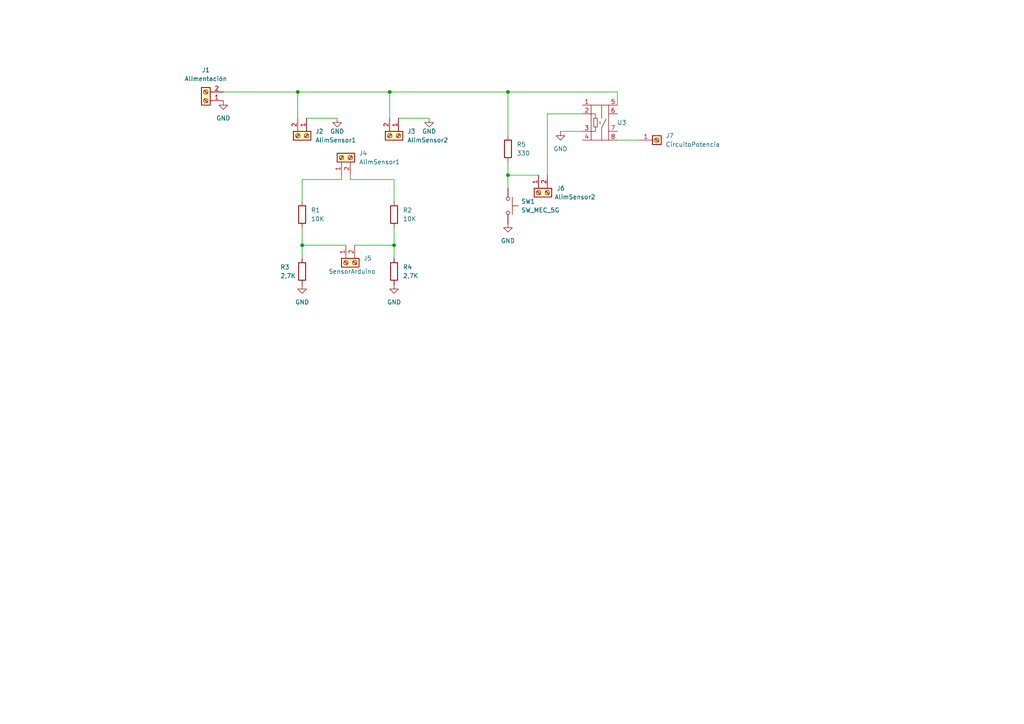
<source format=kicad_sch>
(kicad_sch (version 20230121) (generator eeschema)
  (paper "A4")
  (lib_symbols
    (symbol "Connector:Screw_Terminal_01x01" (pin_names (offset 1.016) hide)
      (property "Reference" "J" (at 0 2.54 0))
      (property "Value" "Screw_Terminal_01x01" (at 0 -2.54 0))
      (symbol "Screw_Terminal_01x01_1_1"
        (rectangle (start -1.27 1.27) (end 1.27 -1.27) (stroke (width 0.254)) (fill (type background)))
        (polyline (pts (xy -0.5334 0.3302) (xy 0.3302 -0.508)) (stroke (width 0.1524)))
        (polyline (pts (xy -0.3556 0.508) (xy 0.508 -0.3302)) (stroke (width 0.1524)))
        (circle (center 0 0) (radius 0.635) (stroke (width 0.1524)))
        (pin passive line (at -5.08 0 0) (length 3.81) (name "Pin_1") (number "1"))
      )
    )
    (symbol "Connector:Screw_Terminal_01x02" (pin_names (offset 1.016) hide)
      (property "Reference" "J" (at 0 2.54 0))
      (property "Value" "Screw_Terminal_01x02" (at 0 -5.08 0))
      (symbol "Screw_Terminal_01x02_1_1"
        (rectangle (start -1.27 1.27) (end 1.27 -3.81) (stroke (width 0.254)) (fill (type background)))
        (circle (center 0 -2.54) (radius 0.635) (stroke (width 0.1524)))
        (polyline (pts (xy -0.5334 -2.2098) (xy 0.3302 -3.048)) (stroke (width 0.1524)))
        (polyline (pts (xy -0.5334 0.3302) (xy 0.3302 -0.508)) (stroke (width 0.1524)))
        (polyline (pts (xy -0.3556 -2.032) (xy 0.508 -2.8702)) (stroke (width 0.1524)))
        (polyline (pts (xy -0.3556 0.508) (xy 0.508 -0.3302)) (stroke (width 0.1524)))
        (circle (center 0 0) (radius 0.635) (stroke (width 0.1524)))
        (pin passive line (at -5.08 0 0) (length 3.81) (name "Pin_1") (number "1"))
        (pin passive line (at -5.08 -2.54 0) (length 3.81) (name "Pin_2") (number "2"))
      )
    )
    (symbol "Device:R" (pin_numbers hide) (pin_names (offset 0))
      (property "Reference" "R" (at 2.032 0 90))
      (property "Value" "R" (at 0 0 90))
      (symbol "R_0_1"
        (rectangle (start -1.016 -2.54) (end 1.016 2.54) (stroke (width 0.254)))
      )
      (symbol "R_1_1"
        (pin passive line (at 0 3.81 270) (length 1.27) (name "~") (number "1"))
        (pin passive line (at 0 -3.81 90) (length 1.27) (name "~") (number "2"))
      )
    )
    (symbol "Relay:RS-291-9710"
      (property "Reference" "U3" (at 0 6.35 90))
      (property "Value" "~" (at 0 0 0))
      (symbol "RS-291-9710_0_1"
        (rectangle (start -5.08 2.54) (end 5.08 -2.54))
      )
      (symbol "RS-291-9710_1_1"
        (rectangle (start -1.27 -0.762) (end 1.27 -1.778))
        (polyline (pts (xy -5.08 0.508) (xy -1.27 0.508)))
        (polyline (pts (xy -2.54 -2.54) (xy -2.54 -1.27) (xy -1.27 -1.27)))
        (polyline (pts (xy 2.54 -2.54) (xy 2.54 -1.27) (xy 1.27 -1.27)))
        (polyline (pts (xy 5.08 0.508) (xy 1.524 0.508) (xy -1.016 1.778)))
        (pin input line (at -5.08 -5.08 90) (length 2.54) (name "") (number "1"))
        (pin input line (at -2.54 -5.08 90) (length 2.54) (name "") (number "2"))
        (pin input line (at 2.54 -5.08 90) (length 2.54) (name "") (number "3"))
        (pin input line (at 5.08 -5.08 90) (length 2.54) (name "") (number "4"))
        (pin input line (at -5.08 5.08 270) (length 2.54) (name "") (number "5"))
        (pin input line (at -2.54 5.08 270) (length 2.54) (name "") (number "6"))
        (pin input line (at 2.54 5.08 270) (length 2.54) (name "") (number "7"))
        (pin input line (at 5.08 5.08 270) (length 2.54) (name "") (number "8"))
      )
    )
    (symbol "Switch:SW_MEC_5G" (pin_numbers hide) (pin_names (offset 1.016) hide)
      (property "Reference" "SW" (at 1.27 2.54 0))
      (property "Value" "SW_MEC_5G" (at 0 -1.524 0))
      (symbol "SW_MEC_5G_0_1"
        (circle (center -2.032 0) (radius 0.508))
        (polyline (pts (xy 0 1.27) (xy 0 3.048)))
        (polyline (pts (xy 2.54 1.27) (xy -2.54 1.27)))
        (circle (center 2.032 0) (radius 0.508))
        (pin passive line (at -5.08 0 0) (length 2.54) (name "A") (number "1"))
        (pin passive line (at 5.08 0 180) (length 2.54) (name "B") (number "3"))
      )
      (symbol "SW_MEC_5G_1_1"
        (pin passive line (at -5.08 0 0) (length 2.54) hide (name "A") (number "2"))
        (pin passive line (at 5.08 0 180) (length 2.54) hide (name "B") (number "4"))
      )
    )
    (symbol "power:GND" (power) (pin_names (offset 0))
      (property "Value" "GND" (at 0 -3.81 0))
      (symbol "GND_0_1"
        (polyline (pts (xy 0 0) (xy 0 -1.27) (xy 1.27 -1.27) (xy 0 -2.54) (xy -1.27 -1.27) (xy 0 -1.27)))
      )
      (symbol "GND_1_1"
        (pin power_in line (at 0 0 270) (length 0) hide (name "GND") (number "1"))
      )
    )
  )
  (junction (at 147.32 50.8))
  (junction (at 147.32 26.67))
  (junction (at 87.63 71.12))
  (junction (at 86.36 26.67))
  (junction (at 113.03 26.67))
  (junction (at 114.3 71.12))
  (wire (pts (xy 147.32 50.8) (xy 147.32 54.61)))
  (wire (pts (xy 114.3 66.04) (xy 114.3 71.12)))
  (wire (pts (xy 87.63 66.04) (xy 87.63 71.12)))
  (wire (pts (xy 114.3 71.12) (xy 114.3 74.93)))
  (wire (pts (xy 147.32 46.99) (xy 147.32 50.8)))
  (wire (pts (xy 179.07 30.48) (xy 179.07 26.67)))
  (wire (pts (xy 114.3 52.07) (xy 101.6 52.07)))
  (wire (pts (xy 64.77 26.67) (xy 86.36 26.67)))
  (wire (pts (xy 147.32 26.67) (xy 147.32 39.37)))
  (wire (pts (xy 147.32 26.67) (xy 179.07 26.67)))
  (wire (pts (xy 113.03 26.67) (xy 86.36 26.67)))
  (wire (pts (xy 102.87 71.12) (xy 114.3 71.12)))
  (wire (pts (xy 179.07 40.64) (xy 185.42 40.64)))
  (wire (pts (xy 99.06 52.07) (xy 99.06 50.8)))
  (wire (pts (xy 147.32 50.8) (xy 156.21 50.8)))
  (wire (pts (xy 158.75 33.02) (xy 168.91 33.02)))
  (wire (pts (xy 88.9 34.29) (xy 97.79 34.29)))
  (wire (pts (xy 86.36 26.67) (xy 86.36 34.29)))
  (wire (pts (xy 113.03 34.29) (xy 113.03 26.67)))
  (wire (pts (xy 162.56 38.1) (xy 168.91 38.1)))
  (wire (pts (xy 87.63 71.12) (xy 87.63 74.93)))
  (wire (pts (xy 158.75 33.02) (xy 158.75 50.8)))
  (wire (pts (xy 101.6 52.07) (xy 101.6 50.8)))
  (wire (pts (xy 113.03 26.67) (xy 147.32 26.67)))
  (wire (pts (xy 115.57 34.29) (xy 124.46 34.29)))
  (wire (pts (xy 87.63 71.12) (xy 100.33 71.12)))
  (wire (pts (xy 87.63 52.07) (xy 99.06 52.07)))
  (wire (pts (xy 87.63 52.07) (xy 87.63 58.42)))
  (wire (pts (xy 114.3 52.07) (xy 114.3 58.42)))
  (symbol (lib_id "Device:R") (at 114.3 62.23 0) (unit 1)
    (property "Reference" "R2" (at 116.84 60.96 0) (effects (justify left)))
    (property "Value" "10K" (at 116.84 63.5 0) (effects (justify left)))
    (property "Footprint" "Resistor_THT:RUSABLE" (effects hide))
  )
  (symbol (lib_id "Connector:Screw_Terminal_01x02") (at 99.06 45.72 90) (unit 1)
    (property "Reference" "J4" (at 104.14 44.45 90) (effects (justify right)))
    (property "Value" "AlimSensor1" (at 104.14 46.99 90) (effects (justify right)))
    (property "Footprint" "Connector:ScrewTerminal1x2" (effects hide))
  )
  (symbol (lib_id "Device:R") (at 114.3 78.74 0) (unit 1)
    (property "Reference" "R4" (at 116.84 77.47 0) (effects (justify left)))
    (property "Value" "2,7K" (at 116.84 80.01 0) (effects (justify left)))
    (property "Footprint" "Resistor_THT:RUSABLE" (effects hide))
  )
  (symbol (lib_id "Switch:SW_MEC_5G") (at 147.32 59.69 270) (unit 1)
    (property "Reference" "SW1" (at 151.13 58.42 90) (effects (justify left)))
    (property "Value" "SW_MEC_5G" (at 151.13 60.96 90) (effects (justify left)))
    (property "Footprint" "Button_Switch_THT:Button2P" (effects hide))
    (property "Datasheet" "http://www.apem.com/int/index.php?controller=attachment&id_attachment=488" (effects hide))
  )
  (symbol (lib_id "Relay:RS-291-9710") (at 173.99 35.56 270) (unit 1)
    (property "Reference" "U3" (at 180.34 35.56 90))
    (property "Value" "~" (at 173.99 35.56 0))
    (property "Footprint" "Relay_THT:RS-291-9710" (effects hide))
  )
  (symbol (lib_id "Connector:Screw_Terminal_01x01") (at 190.5 40.64 0) (unit 1)
    (property "Reference" "J7" (at 193.04 39.37 0) (effects (justify left)))
    (property "Value" "CircuitoPotencia" (at 193.04 41.91 0) (effects (justify left)))
    (property "Footprint" "Connector:ScrewTerminal1x2" (effects hide))
  )
  (symbol (lib_id "Connector:Screw_Terminal_01x02") (at 100.33 76.2 90) (mirror x) (unit 1)
    (property "Reference" "J5" (at 105.41 74.93 90) (effects (justify right)))
    (property "Value" "SensorArduino" (at 95.25 78.74 90) (effects (justify right)))
    (property "Footprint" "Connector:ScrewTerminal1x2" (effects hide))
  )
  (symbol (lib_id "power:GND") (at 162.56 38.1 0) (unit 1)
    (property "Reference" "#PWR07" (effects hide))
    (property "Value" "GND" (at 162.56 43.18 0))
  )
  (symbol (lib_id "power:GND") (at 87.63 82.55 0) (unit 1)
    (property "Reference" "#PWR04" (effects hide))
    (property "Value" "GND" (at 87.63 87.63 0))
  )
  (symbol (lib_id "Connector:Screw_Terminal_01x02") (at 88.9 39.37 270) (unit 1)
    (property "Reference" "J2" (at 91.44 38.1 90) (effects (justify left)))
    (property "Value" "AlimSensor1" (at 91.44 40.64 90) (effects (justify left)))
    (property "Footprint" "Connector:ScrewTerminal1x2" (effects hide))
  )
  (symbol (lib_id "Device:R") (at 87.63 78.74 0) (unit 1)
    (property "Reference" "R3" (at 81.28 77.47 0) (effects (justify left)))
    (property "Value" "2,7K" (at 81.28 80.01 0) (effects (justify left)))
    (property "Footprint" "Resistor_THT:RUSABLE" (effects hide))
  )
  (symbol (lib_id "power:GND") (at 114.3 82.55 0) (unit 1)
    (property "Reference" "#PWR05" (effects hide))
    (property "Value" "GND" (at 114.3 87.63 0))
  )
  (symbol (lib_id "Device:R") (at 147.32 43.18 0) (unit 1)
    (property "Reference" "R5" (at 149.86 41.91 0) (effects (justify left)))
    (property "Value" "330" (at 149.86 44.45 0) (effects (justify left)))
    (property "Footprint" "Resistor_THT:RUSABLE" (effects hide))
  )
  (symbol (lib_id "Connector:Screw_Terminal_01x02") (at 59.69 29.21 180) (unit 1)
    (property "Reference" "J1" (at 59.69 20.32 0))
    (property "Value" "Alimentación" (at 59.69 22.86 0))
    (property "Footprint" "Connector:ScrewTerminal1x2" (effects hide))
  )
  (symbol (lib_id "Connector:Screw_Terminal_01x02") (at 156.21 55.88 90) (mirror x) (unit 1)
    (property "Reference" "J6" (at 163.83 54.61 90) (effects (justify left)))
    (property "Value" "AlimSensor2" (at 172.72 57.15 90) (effects (justify left)))
    (property "Footprint" "Connector:ScrewTerminal1x2" (effects hide))
  )
  (symbol (lib_id "power:GND") (at 64.77 29.21 0) (unit 1)
    (property "Reference" "#PWR01" (effects hide))
    (property "Value" "GND" (at 64.77 34.29 0))
  )
  (symbol (lib_id "Device:R") (at 87.63 62.23 0) (unit 1)
    (property "Reference" "R1" (at 90.17 60.96 0) (effects (justify left)))
    (property "Value" "10K" (at 90.17 63.5 0) (effects (justify left)))
    (property "Footprint" "Resistor_THT:RUSABLE" (effects hide))
  )
  (symbol (lib_id "power:GND") (at 124.46 34.29 0) (unit 1)
    (property "Reference" "#PWR03" (effects hide))
    (property "Value" "GND" (at 124.46 38.1 0))
  )
  (symbol (lib_id "power:GND") (at 97.79 34.29 0) (unit 1)
    (property "Reference" "#PWR02" (effects hide))
    (property "Value" "GND" (at 97.79 38.1 0))
  )
  (symbol (lib_id "power:GND") (at 147.32 64.77 0) (unit 1)
    (property "Reference" "#PWR06" (effects hide))
    (property "Value" "GND" (at 147.32 69.85 0))
  )
  (symbol (lib_id "Connector:Screw_Terminal_01x02") (at 115.57 39.37 270) (unit 1)
    (property "Reference" "J3" (at 118.11 38.1 90) (effects (justify left)))
    (property "Value" "AlimSensor2" (at 118.11 40.64 90) (effects (justify left)))
    (property "Footprint" "Connector:ScrewTerminal1x2" (effects hide))
  )
)
</source>
